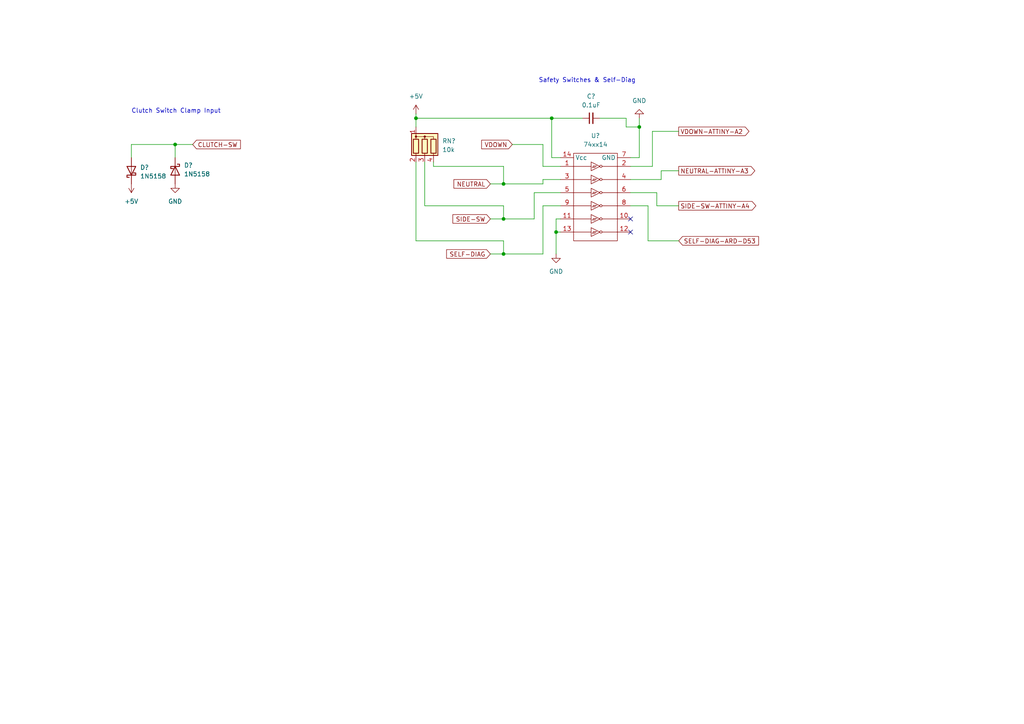
<source format=kicad_sch>
(kicad_sch (version 20211123) (generator eeschema)
  (paper "A4")
  (lib_symbols
    (symbol "Device:C_Small" (pin_numbers hide) (pin_names (offset 0.254) hide)
      (property "Reference" "C" (at 0.254 1.778 0))
      (property "Value" "C_Small" (at 0.254 -2.032 0))
      (symbol "C_Small_0_1"
        (polyline (pts (xy -1.524 -0.508) (xy 1.524 -0.508)) (stroke (width 0.3302)))
        (polyline (pts (xy -1.524 0.508) (xy 1.524 0.508)) (stroke (width 0.3048)))
      )
      (symbol "C_Small_1_1"
        (pin passive line (at 0 2.54 270) (length 2.032) (name "~") (number "1"))
        (pin passive line (at 0 -2.54 90) (length 2.032) (name "~") (number "2"))
      )
    )
    (symbol "Device:D_Schottky" (pin_numbers hide) (pin_names (offset 1.016) hide)
      (property "Reference" "D" (at 0 2.54 0))
      (property "Value" "D_Schottky" (at 0 -2.54 0))
      (symbol "D_Schottky_0_1"
        (polyline (pts (xy 1.27 0) (xy -1.27 0)))
        (polyline (pts (xy 1.27 1.27) (xy 1.27 -1.27) (xy -1.27 0) (xy 1.27 1.27)) (stroke (width 0.254)))
        (polyline (pts (xy -1.905 0.635) (xy -1.905 1.27) (xy -1.27 1.27) (xy -1.27 -1.27) (xy -0.635 -1.27) (xy -0.635 -0.635)) (stroke (width 0.254)))
      )
      (symbol "D_Schottky_1_1"
        (pin passive line (at -3.81 0 0) (length 2.54) (name "K") (number "1"))
        (pin passive line (at 3.81 0 180) (length 2.54) (name "A") (number "2"))
      )
    )
    (symbol "Device:R_Network03" (pin_names (offset 0) hide)
      (property "Reference" "RN" (at -5.08 0 90))
      (property "Value" "R_Network03" (at 5.08 0 90))
      (symbol "R_Network03_0_1"
        (rectangle (start -3.81 -3.175) (end 3.81 3.175) (stroke (width 0.254)) (fill (type background)))
        (rectangle (start -3.302 1.524) (end -1.778 -2.54) (stroke (width 0.254)))
        (circle (center -2.54 2.286) (radius 0.254) (fill (type outline)))
        (rectangle (start -0.762 1.524) (end 0.762 -2.54) (stroke (width 0.254)))
        (polyline (pts (xy -2.54 -2.54) (xy -2.54 -3.81)))
        (polyline (pts (xy 0 -2.54) (xy 0 -3.81)))
        (polyline (pts (xy 2.54 -2.54) (xy 2.54 -3.81)))
        (polyline (pts (xy -2.54 1.524) (xy -2.54 2.286) (xy 0 2.286) (xy 0 1.524)))
        (polyline (pts (xy 0 1.524) (xy 0 2.286) (xy 2.54 2.286) (xy 2.54 1.524)))
        (circle (center 0 2.286) (radius 0.254) (fill (type outline)))
        (rectangle (start 1.778 1.524) (end 3.302 -2.54) (stroke (width 0.254)))
      )
      (symbol "R_Network03_1_1"
        (pin passive line (at -2.54 5.08 270) (length 2.54) (name "common") (number "1"))
        (pin passive line (at -2.54 -5.08 90) (length 1.27) (name "R1") (number "2"))
        (pin passive line (at 0 -5.08 90) (length 1.27) (name "R2") (number "3"))
        (pin passive line (at 2.54 -5.08 90) (length 1.27) (name "R3") (number "4"))
      )
    )
    (symbol "mega_2560:74xx14"
      (property "Reference" "U" (at 0 25.4 0))
      (property "Value" "74xx14" (at 0 22.86 0))
      (symbol "74xx14_0_1"
        (rectangle (start -6.35 20.32) (end 6.35 -5.08))
        (polyline (pts (xy -6.35 -2.54) (xy -1.27 -2.54)))
        (polyline (pts (xy -6.35 1.27) (xy -1.27 1.27)))
        (polyline (pts (xy -6.35 5.08) (xy -1.27 5.08)))
        (polyline (pts (xy -6.35 8.89) (xy -1.27 8.89)))
        (polyline (pts (xy -6.35 12.7) (xy -1.27 12.7)))
        (polyline (pts (xy -6.35 16.51) (xy -1.27 16.51)))
        (polyline (pts (xy 6.35 -2.54) (xy 1.905 -2.54)))
        (polyline (pts (xy 6.35 1.27) (xy 1.905 1.27)))
        (polyline (pts (xy 6.35 5.08) (xy 1.905 5.08)))
        (polyline (pts (xy 6.35 8.89) (xy 1.905 8.89)))
        (polyline (pts (xy 6.35 12.7) (xy 1.905 12.7)))
        (polyline (pts (xy 6.35 16.51) (xy 1.905 16.51)))
        (polyline (pts (xy -1.27 -1.27) (xy -1.27 -3.81) (xy 1.27 -2.54) (xy -1.27 -1.27)))
        (polyline (pts (xy -1.27 2.54) (xy -1.27 0) (xy 1.27 1.27) (xy -1.27 2.54)))
        (polyline (pts (xy -1.27 6.35) (xy -1.27 3.81) (xy 1.27 5.08) (xy -1.27 6.35)))
        (polyline (pts (xy -1.27 10.16) (xy -1.27 7.62) (xy 1.27 8.89) (xy -1.27 10.16)))
        (polyline (pts (xy -1.27 13.97) (xy -1.27 11.43) (xy 1.27 12.7) (xy -1.27 13.97)))
        (polyline (pts (xy -1.27 17.78) (xy -1.27 15.24) (xy 1.27 16.51) (xy -1.27 17.78)))
        (polyline (pts (xy -0.9906 -2.8448) (xy -0.127 -2.8448) (xy -0.127 -2.413) (xy 0.4064 -2.413) (xy -0.6858 -2.413) (xy -0.6858 -2.8448)))
        (polyline (pts (xy -0.9906 0.9652) (xy -0.127 0.9652) (xy -0.127 1.397) (xy 0.4064 1.397) (xy -0.6858 1.397) (xy -0.6858 0.9652)))
        (polyline (pts (xy -0.9906 4.7752) (xy -0.127 4.7752) (xy -0.127 5.207) (xy 0.4064 5.207) (xy -0.6858 5.207) (xy -0.6858 4.7752)))
        (polyline (pts (xy -0.9906 8.5852) (xy -0.127 8.5852) (xy -0.127 9.017) (xy 0.4064 9.017) (xy -0.6858 9.017) (xy -0.6858 8.5852)))
        (polyline (pts (xy -0.9906 12.3952) (xy -0.127 12.3952) (xy -0.127 12.827) (xy 0.4064 12.827) (xy -0.6858 12.827) (xy -0.6858 12.3952)))
        (polyline (pts (xy -0.9906 16.2052) (xy -0.127 16.2052) (xy -0.127 16.637) (xy 0.4064 16.637) (xy -0.6858 16.637) (xy -0.6858 16.2052)))
        (circle (center 1.5748 -2.5146) (radius 0.3302))
        (circle (center 1.5748 1.2954) (radius 0.3302))
        (circle (center 1.5748 5.1054) (radius 0.3302))
        (circle (center 1.5748 8.9154) (radius 0.3302))
        (circle (center 1.5748 12.7254) (radius 0.3302))
        (circle (center 1.5748 16.5354) (radius 0.3302))
      )
      (symbol "74xx14_1_1"
        (pin input line (at -10.16 16.51 0) (length 3.81) (name "") (number "1"))
        (pin output line (at 10.16 1.27 180) (length 3.81) (name "") (number "10"))
        (pin input line (at -10.16 1.27 0) (length 3.81) (name "") (number "11"))
        (pin output line (at 10.16 -2.54 180) (length 3.81) (name "") (number "12"))
        (pin input line (at -10.16 -2.54 0) (length 3.81) (name "") (number "13"))
        (pin input line (at -10.16 19.05 0) (length 3.81) (name "Vcc") (number "14"))
        (pin output line (at 10.16 16.51 180) (length 3.81) (name "") (number "2"))
        (pin input line (at -10.16 12.7 0) (length 3.81) (name "") (number "3"))
        (pin output line (at 10.16 12.7 180) (length 3.81) (name "") (number "4"))
        (pin input line (at -10.16 8.89 0) (length 3.81) (name "") (number "5"))
        (pin output line (at 10.16 8.89 180) (length 3.81) (name "") (number "6"))
        (pin output line (at 10.16 19.05 180) (length 3.81) (name "GND") (number "7"))
        (pin output line (at 10.16 5.08 180) (length 3.81) (name "") (number "8"))
        (pin input line (at -10.16 5.08 0) (length 3.81) (name "") (number "9"))
      )
    )
    (symbol "power:+5V" (power) (pin_names (offset 0))
      (property "Value" "+5V" (at 0 3.556 0))
      (symbol "+5V_0_1"
        (polyline (pts (xy -0.762 1.27) (xy 0 2.54)))
        (polyline (pts (xy 0 0) (xy 0 2.54)))
        (polyline (pts (xy 0 2.54) (xy 0.762 1.27)))
      )
      (symbol "+5V_1_1"
        (pin power_in line (at 0 0 90) (length 0) hide (name "+5V") (number "1"))
      )
    )
    (symbol "power:GND" (power) (pin_names (offset 0))
      (property "Value" "GND" (at 0 -3.81 0))
      (symbol "GND_0_1"
        (polyline (pts (xy 0 0) (xy 0 -1.27) (xy 1.27 -1.27) (xy 0 -2.54) (xy -1.27 -1.27) (xy 0 -1.27)))
      )
      (symbol "GND_1_1"
        (pin power_in line (at 0 0 270) (length 0) hide (name "GND") (number "1"))
      )
    )
  )
  (junction (at 50.8 41.91))
  (junction (at 161.29 67.31))
  (junction (at 160.02 34.29))
  (junction (at 185.42 36.83))
  (junction (at 146.05 63.5))
  (junction (at 146.05 73.66))
  (junction (at 120.65 34.29))
  (junction (at 146.05 53.34))
  (no_connect (at 182.88 63.5))
  (no_connect (at 182.88 67.31))
  (wire (pts (xy 157.48 73.66) (xy 157.48 59.69)))
  (wire (pts (xy 154.94 55.88) (xy 162.56 55.88)))
  (wire (pts (xy 161.29 67.31) (xy 162.56 67.31)))
  (wire (pts (xy 146.05 69.85) (xy 146.05 73.66)))
  (wire (pts (xy 182.88 55.88) (xy 190.5 55.88)))
  (wire (pts (xy 125.73 48.26) (xy 146.05 48.26)))
  (wire (pts (xy 146.05 53.34) (xy 157.48 53.34)))
  (wire (pts (xy 123.19 46.99) (xy 123.19 59.69)))
  (wire (pts (xy 182.88 52.07) (xy 191.77 52.07)))
  (wire (pts (xy 160.02 34.29) (xy 160.02 45.72)))
  (wire (pts (xy 146.05 73.66) (xy 157.48 73.66)))
  (wire (pts (xy 148.59 41.91) (xy 157.48 41.91)))
  (wire (pts (xy 142.24 63.5) (xy 146.05 63.5)))
  (wire (pts (xy 38.1 41.91) (xy 50.8 41.91)))
  (wire (pts (xy 160.02 34.29) (xy 168.91 34.29)))
  (wire (pts (xy 50.8 45.72) (xy 50.8 41.91)))
  (wire (pts (xy 187.96 69.85) (xy 196.85 69.85)))
  (wire (pts (xy 120.65 33.02) (xy 120.65 34.29)))
  (wire (pts (xy 161.29 63.5) (xy 161.29 67.31)))
  (wire (pts (xy 185.42 45.72) (xy 182.88 45.72)))
  (wire (pts (xy 157.48 59.69) (xy 162.56 59.69)))
  (wire (pts (xy 142.24 53.34) (xy 146.05 53.34)))
  (wire (pts (xy 154.94 63.5) (xy 154.94 55.88)))
  (wire (pts (xy 120.65 69.85) (xy 146.05 69.85)))
  (wire (pts (xy 157.48 48.26) (xy 162.56 48.26)))
  (wire (pts (xy 146.05 59.69) (xy 146.05 63.5)))
  (wire (pts (xy 157.48 41.91) (xy 157.48 48.26)))
  (wire (pts (xy 185.42 34.29) (xy 185.42 36.83)))
  (wire (pts (xy 182.88 59.69) (xy 187.96 59.69)))
  (wire (pts (xy 191.77 52.07) (xy 191.77 49.53)))
  (wire (pts (xy 120.65 34.29) (xy 160.02 34.29)))
  (wire (pts (xy 181.61 36.83) (xy 185.42 36.83)))
  (wire (pts (xy 162.56 63.5) (xy 161.29 63.5)))
  (wire (pts (xy 161.29 67.31) (xy 161.29 73.66)))
  (wire (pts (xy 187.96 59.69) (xy 187.96 69.85)))
  (wire (pts (xy 190.5 59.69) (xy 196.85 59.69)))
  (wire (pts (xy 146.05 63.5) (xy 154.94 63.5)))
  (wire (pts (xy 157.48 52.07) (xy 162.56 52.07)))
  (wire (pts (xy 50.8 41.91) (xy 55.88 41.91)))
  (wire (pts (xy 120.65 34.29) (xy 120.65 36.83)))
  (wire (pts (xy 189.23 38.1) (xy 196.85 38.1)))
  (wire (pts (xy 182.88 48.26) (xy 189.23 48.26)))
  (wire (pts (xy 157.48 53.34) (xy 157.48 52.07)))
  (wire (pts (xy 173.99 34.29) (xy 181.61 34.29)))
  (wire (pts (xy 123.19 59.69) (xy 146.05 59.69)))
  (wire (pts (xy 185.42 36.83) (xy 185.42 45.72)))
  (wire (pts (xy 190.5 55.88) (xy 190.5 59.69)))
  (wire (pts (xy 189.23 48.26) (xy 189.23 38.1)))
  (wire (pts (xy 181.61 34.29) (xy 181.61 36.83)))
  (wire (pts (xy 120.65 46.99) (xy 120.65 69.85)))
  (wire (pts (xy 125.73 46.99) (xy 125.73 48.26)))
  (wire (pts (xy 142.24 73.66) (xy 146.05 73.66)))
  (wire (pts (xy 160.02 45.72) (xy 162.56 45.72)))
  (wire (pts (xy 191.77 49.53) (xy 196.85 49.53)))
  (wire (pts (xy 146.05 48.26) (xy 146.05 53.34)))
  (wire (pts (xy 38.1 41.91) (xy 38.1 45.72)))
  (text "Clutch Switch Clamp Input" (at 38.1 33.02 0) (effects (font (size 1.27 1.27)) (justify left bottom)))
  (text "Safety Switches & Self-Diag" (at 156.21 24.13 0) (effects (font (size 1.27 1.27)) (justify left bottom)))
  (global_label "SIDE-SW" (shape input) (at 142.24 63.5 180) (property "Intersheet References" "${INTERSHEET_REFS}" (effects hide)))
  (global_label "CLUTCH-SW" (shape input) (at 55.88 41.91 0) (property "Intersheet References" "${INTERSHEET_REFS}" (effects hide)))
  (global_label "VDOWN-ATTINY-A2" (shape output) (at 196.85 38.1 0) (property "Intersheet References" "${INTERSHEET_REFS}" (effects hide)))
  (global_label "NEUTRAL" (shape input) (at 142.24 53.34 180) (property "Intersheet References" "${INTERSHEET_REFS}" (effects hide)))
  (global_label "VDOWN" (shape input) (at 148.59 41.91 180) (property "Intersheet References" "${INTERSHEET_REFS}" (effects hide)))
  (global_label "SELF-DIAG" (shape input) (at 142.24 73.66 180) (property "Intersheet References" "${INTERSHEET_REFS}" (effects hide)))
  (global_label "SIDE-SW-ATTINY-A4" (shape output) (at 196.85 59.69 0) (property "Intersheet References" "${INTERSHEET_REFS}" (effects hide)))
  (global_label "SELF-DIAG-ARD-D53" (shape input) (at 196.85 69.85 0) (property "Intersheet References" "${INTERSHEET_REFS}" (effects hide)))
  (global_label "NEUTRAL-ATTINY-A3" (shape output) (at 196.85 49.53 0) (property "Intersheet References" "${INTERSHEET_REFS}" (effects hide)))
  (symbol (lib_id "power:+5V") (at 120.65 33.02 0) (unit 1)
    (property "Reference" "#PWR?" (effects hide))
    (property "Value" "+5V" (at 120.65 27.94 0))
  )
  (symbol (lib_id "mega_2560:74xx14") (at 172.72 64.77 0) (unit 1)
    (property "Reference" "U?" (at 172.72 39.37 0))
    (property "Value" "74xx14" (at 172.72 41.91 0))
  )
  (symbol (lib_id "power:GND") (at 161.29 73.66 0) (unit 1)
    (property "Reference" "#PWR?" (effects hide))
    (property "Value" "GND" (at 161.29 78.74 0))
  )
  (symbol (lib_id "power:GND") (at 185.42 34.29 180) (unit 1)
    (property "Reference" "#PWR?" (effects hide))
    (property "Value" "GND" (at 185.42 29.21 0))
  )
  (symbol (lib_id "Device:D_Schottky") (at 38.1 49.53 90) (unit 1)
    (property "Reference" "D?" (at 40.64 48.5774 90) (effects (justify right)))
    (property "Value" "1N5158" (at 40.64 51.1174 90) (effects (justify right)))
    (property "Footprint" "Diode_THT:D_DO-41_SOD81_P7.62mm_Horizontal" (effects hide))
  )
  (symbol (lib_id "Device:R_Network03") (at 123.19 41.91 0) (unit 1)
    (property "Reference" "RN?" (at 128.27 40.8939 0) (effects (justify left)))
    (property "Value" "10k" (at 128.27 43.4339 0) (effects (justify left)))
    (property "Footprint" "Resistor_THT:R_Array_SIP4" (effects hide))
    (property "Datasheet" "http://www.vishay.com/docs/31509/csc.pdf" (effects hide))
  )
  (symbol (lib_id "power:GND") (at 50.8 53.34 0) (unit 1)
    (property "Reference" "#PWR?" (effects hide))
    (property "Value" "GND" (at 50.8 58.42 0))
  )
  (symbol (lib_id "power:+5V") (at 38.1 53.34 180) (unit 1)
    (property "Reference" "#PWR?" (effects hide))
    (property "Value" "+5V" (at 38.1 58.42 0))
  )
  (symbol (lib_id "Device:D_Schottky") (at 50.8 49.53 270) (unit 1)
    (property "Reference" "D?" (at 53.34 47.9424 90) (effects (justify left)))
    (property "Value" "1N5158" (at 53.34 50.4824 90) (effects (justify left)))
    (property "Footprint" "Diode_THT:D_DO-41_SOD81_P7.62mm_Horizontal" (effects hide))
  )
  (symbol (lib_id "Device:C_Small") (at 171.45 34.29 90) (unit 1)
    (property "Reference" "C?" (at 171.4563 27.94 90))
    (property "Value" "0.1uF" (at 171.4563 30.48 90))
    (property "Notes" "Should be as close to Vcc pin as possible according to the datasheet" (effects hide))
  )
)
</source>
